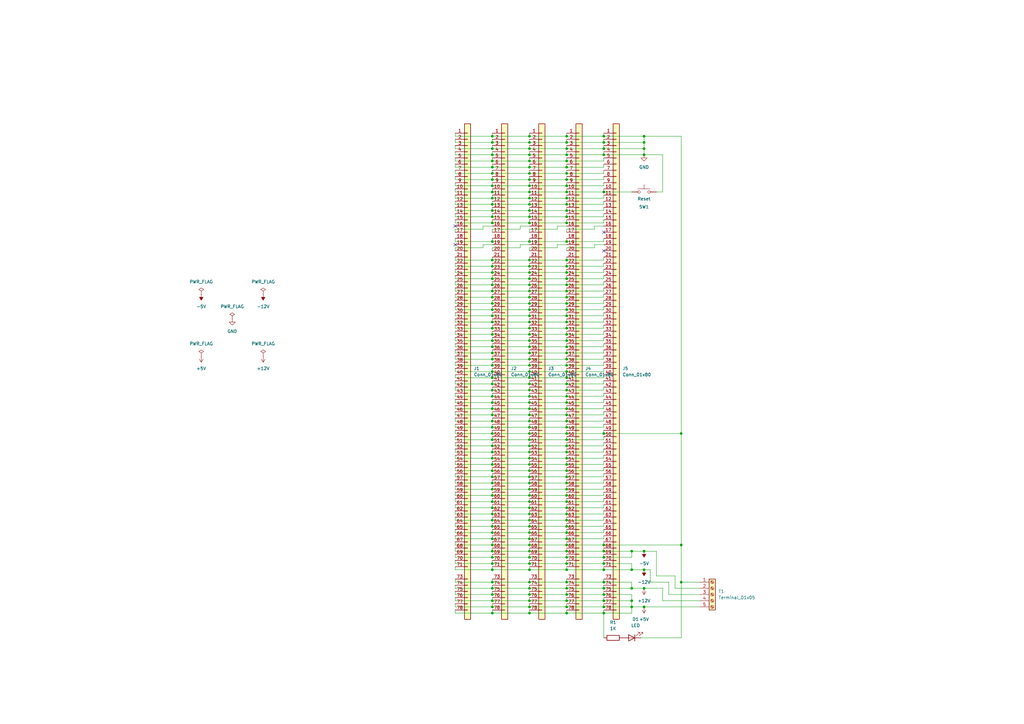
<source format=kicad_sch>
(kicad_sch (version 20250114) (generator "eeschema") (generator_version "9.0")
  (paper "A3")
  (title_block (title "80-Bus Card Backplane - Kicad 9") (date "2025-04-21") (rev "2.1 "))
  (junction (at 201.93 200.66))
  (junction (at 201.93 195.58))
  (junction (at 217.17 195.58))
  (junction (at 217.17 170.18))
  (junction (at 217.17 165.1))
  (junction (at 232.41 193.04))
  (junction (at 217.17 203.2))
  (junction (at 247.65 241.3))
  (junction (at 217.17 132.08))
  (junction (at 232.41 218.44))
  (junction (at 232.41 167.64))
  (junction (at 232.41 157.48))
  (junction (at 201.93 142.24))
  (junction (at 201.93 226.06))
  (junction (at 232.41 55.88))
  (junction (at 232.41 223.52))
  (junction (at 217.17 223.52))
  (junction (at 264.16 63.5))
  (junction (at 217.17 198.12))
  (junction (at 217.17 157.48))
  (junction (at 201.93 83.82))
  (junction (at 201.93 248.92))
  (junction (at 201.93 177.8))
  (junction (at 247.65 60.96))
  (junction (at 217.17 66.04))
  (junction (at 217.17 63.5))
  (junction (at 247.65 63.5))
  (junction (at 232.41 109.22))
  (junction (at 201.93 137.16))
  (junction (at 217.17 76.2))
  (junction (at 247.65 177.8))
  (junction (at 201.93 71.12))
  (junction (at 217.17 116.84))
  (junction (at 232.41 175.26))
  (junction (at 217.17 190.5))
  (junction (at 201.93 180.34))
  (junction (at 247.65 231.14))
  (junction (at 201.93 124.46))
  (junction (at 201.93 152.4))
  (junction (at 201.93 198.12))
  (junction (at 217.17 144.78))
  (junction (at 201.93 106.68))
  (junction (at 232.41 241.3))
  (junction (at 201.93 68.58))
  (junction (at 201.93 132.08))
  (junction (at 232.41 111.76))
  (junction (at 217.17 81.28))
  (junction (at 217.17 88.9))
  (junction (at 217.17 124.46))
  (junction (at 217.17 106.68))
  (junction (at 201.93 139.7))
  (junction (at 217.17 213.36))
  (junction (at 217.17 147.32))
  (junction (at 201.93 86.36))
  (junction (at 232.41 226.06))
  (junction (at 232.41 195.58))
  (junction (at 217.17 215.9))
  (junction (at 232.41 66.04))
  (junction (at 201.93 154.94))
  (junction (at 201.93 172.72))
  (junction (at 259.08 246.38))
  (junction (at 232.41 228.6))
  (junction (at 217.17 121.92))
  (junction (at 201.93 185.42))
  (junction (at 232.41 116.84))
  (junction (at 201.93 208.28))
  (junction (at 279.4 223.52))
  (junction (at 232.41 165.1))
  (junction (at 232.41 99.06))
  (junction (at 232.41 231.14))
  (junction (at 201.93 109.22))
  (junction (at 232.41 60.96))
  (junction (at 201.93 213.36))
  (junction (at 232.41 78.74))
  (junction (at 217.17 208.28))
  (junction (at 264.16 248.92))
  (junction (at 217.17 231.14))
  (junction (at 232.41 182.88))
  (junction (at 217.17 73.66))
  (junction (at 201.93 203.2))
  (junction (at 232.41 233.68))
  (junction (at 201.93 129.54))
  (junction (at 264.16 233.68))
  (junction (at 201.93 243.84))
  (junction (at 201.93 162.56))
  (junction (at 217.17 109.22))
  (junction (at 217.17 129.54))
  (junction (at 217.17 193.04))
  (junction (at 201.93 218.44))
  (junction (at 232.41 187.96))
  (junction (at 217.17 180.34))
  (junction (at 201.93 228.6))
  (junction (at 217.17 251.46))
  (junction (at 232.41 91.44))
  (junction (at 217.17 182.88))
  (junction (at 259.08 248.92))
  (junction (at 232.41 86.36))
  (junction (at 232.41 63.5))
  (junction (at 217.17 238.76))
  (junction (at 201.93 76.2))
  (junction (at 232.41 119.38))
  (junction (at 217.17 142.24))
  (junction (at 232.41 142.24))
  (junction (at 217.17 86.36))
  (junction (at 217.17 175.26))
  (junction (at 217.17 111.76))
  (junction (at 232.41 88.9))
  (junction (at 247.65 228.6))
  (junction (at 217.17 162.56))
  (junction (at 217.17 137.16))
  (junction (at 279.4 177.8))
  (junction (at 217.17 177.8))
  (junction (at 217.17 134.62))
  (junction (at 232.41 213.36))
  (junction (at 232.41 198.12))
  (junction (at 201.93 241.3))
  (junction (at 279.4 238.76))
  (junction (at 232.41 114.3))
  (junction (at 201.93 190.5))
  (junction (at 201.93 193.04))
  (junction (at 201.93 187.96))
  (junction (at 232.41 71.12))
  (junction (at 217.17 55.88))
  (junction (at 201.93 233.68))
  (junction (at 217.17 160.02))
  (junction (at 217.17 139.7))
  (junction (at 201.93 223.52))
  (junction (at 201.93 58.42))
  (junction (at 201.93 220.98))
  (junction (at 247.65 233.68))
  (junction (at 201.93 149.86))
  (junction (at 201.93 251.46))
  (junction (at 201.93 175.26))
  (junction (at 232.41 124.46))
  (junction (at 217.17 220.98))
  (junction (at 232.41 210.82))
  (junction (at 217.17 152.4))
  (junction (at 259.08 226.06))
  (junction (at 201.93 246.38))
  (junction (at 201.93 215.9))
  (junction (at 232.41 243.84))
  (junction (at 264.16 241.3))
  (junction (at 201.93 134.62))
  (junction (at 232.41 144.78))
  (junction (at 247.65 55.88))
  (junction (at 232.41 58.42))
  (junction (at 247.65 238.76))
  (junction (at 232.41 203.2))
  (junction (at 201.93 114.3))
  (junction (at 217.17 78.74))
  (junction (at 201.93 99.06))
  (junction (at 217.17 187.96))
  (junction (at 201.93 205.74))
  (junction (at 232.41 83.82))
  (junction (at 201.93 231.14))
  (junction (at 201.93 121.92))
  (junction (at 201.93 167.64))
  (junction (at 232.41 106.68))
  (junction (at 247.65 226.06))
  (junction (at 232.41 81.28))
  (junction (at 232.41 251.46))
  (junction (at 217.17 205.74))
  (junction (at 217.17 114.3))
  (junction (at 201.93 160.02))
  (junction (at 201.93 147.32))
  (junction (at 217.17 233.68))
  (junction (at 232.41 137.16))
  (junction (at 201.93 81.28))
  (junction (at 232.41 160.02))
  (junction (at 232.41 200.66))
  (junction (at 232.41 177.8))
  (junction (at 232.41 248.92))
  (junction (at 201.93 55.88))
  (junction (at 232.41 172.72))
  (junction (at 201.93 144.78))
  (junction (at 232.41 121.92))
  (junction (at 232.41 220.98))
  (junction (at 232.41 215.9))
  (junction (at 217.17 83.82))
  (junction (at 232.41 190.5))
  (junction (at 217.17 149.86))
  (junction (at 217.17 210.82))
  (junction (at 201.93 238.76))
  (junction (at 217.17 243.84))
  (junction (at 217.17 99.06))
  (junction (at 217.17 119.38))
  (junction (at 264.16 58.42))
  (junction (at 201.93 210.82))
  (junction (at 217.17 246.38))
  (junction (at 232.41 127))
  (junction (at 232.41 68.58))
  (junction (at 217.17 154.94))
  (junction (at 217.17 60.96))
  (junction (at 201.93 182.88))
  (junction (at 201.93 66.04))
  (junction (at 259.08 241.3))
  (junction (at 232.41 208.28))
  (junction (at 232.41 162.56))
  (junction (at 201.93 88.9))
  (junction (at 232.41 149.86))
  (junction (at 232.41 147.32))
  (junction (at 217.17 248.92))
  (junction (at 264.16 55.88))
  (junction (at 232.41 73.66))
  (junction (at 217.17 127))
  (junction (at 232.41 76.2))
  (junction (at 232.41 170.18))
  (junction (at 232.41 246.38))
  (junction (at 201.93 157.48))
  (junction (at 232.41 205.74))
  (junction (at 217.17 200.66))
  (junction (at 232.41 134.62))
  (junction (at 247.65 248.92))
  (junction (at 217.17 91.44))
  (junction (at 247.65 251.46))
  (junction (at 201.93 170.18))
  (junction (at 201.93 63.5))
  (junction (at 201.93 127))
  (junction (at 217.17 218.44))
  (junction (at 232.41 185.42))
  (junction (at 232.41 129.54))
  (junction (at 201.93 78.74))
  (junction (at 217.17 58.42))
  (junction (at 247.65 223.52))
  (junction (at 232.41 180.34))
  (junction (at 217.17 185.42))
  (junction (at 247.65 78.74))
  (junction (at 247.65 246.38))
  (junction (at 264.16 226.06))
  (junction (at 201.93 119.38))
  (junction (at 201.93 73.66))
  (junction (at 217.17 172.72))
  (junction (at 201.93 60.96))
  (junction (at 217.17 241.3))
  (junction (at 232.41 139.7))
  (junction (at 232.41 152.4))
  (junction (at 247.65 58.42))
  (junction (at 201.93 111.76))
  (junction (at 232.41 132.08))
  (junction (at 247.65 243.84))
  (junction (at 264.16 60.96))
  (junction (at 201.93 116.84))
  (junction (at 217.17 68.58))
  (junction (at 217.17 228.6))
  (junction (at 217.17 226.06))
  (junction (at 201.93 165.1))
  (junction (at 217.17 167.64))
  (junction (at 232.41 238.76))
  (junction (at 217.17 71.12))
  (junction (at 201.93 91.44))
  (junction (at 259.08 233.68))
  (junction (at 232.41 154.94))
  (no_connect (at 186.69 100.33))
  (no_connect (at 186.69 92.71))
  (no_connect (at 247.65 102.87))
  (no_connect (at 247.65 95.25))
  (wire (pts (xy 186.69 64.77) (xy 186.69 66.04)))
  (wire (pts (xy 247.65 231.14) (xy 247.65 229.87)))
  (wire (pts (xy 217.17 231.14) (xy 232.41 231.14)))
  (wire (pts (xy 217.17 63.5) (xy 232.41 63.5)))
  (wire (pts (xy 201.93 137.16) (xy 186.69 137.16)))
  (wire (pts (xy 217.17 165.1) (xy 201.93 165.1)))
  (wire (pts (xy 201.93 170.18) (xy 186.69 170.18)))
  (wire (pts (xy 201.93 233.68) (xy 217.17 233.68)))
  (wire (pts (xy 232.41 205.74) (xy 217.17 205.74)))
  (wire (pts (xy 259.08 228.6) (xy 247.65 228.6)))
  (wire (pts (xy 232.41 111.76) (xy 232.41 110.49)))
  (wire (pts (xy 217.17 187.96) (xy 201.93 187.96)))
  (wire (pts (xy 232.41 92.71) (xy 228.6 92.71)))
  (wire (pts (xy 247.65 146.05) (xy 247.65 147.32)))
  (wire (pts (xy 217.17 228.6) (xy 232.41 228.6)))
  (wire (pts (xy 186.69 128.27) (xy 186.69 129.54)))
  (wire (pts (xy 243.84 101.6) (xy 232.41 101.6)))
  (wire (pts (xy 232.41 180.34) (xy 247.65 180.34)))
  (wire (pts (xy 201.93 73.66) (xy 217.17 73.66)))
  (wire (pts (xy 201.93 81.28) (xy 186.69 81.28)))
  (wire (pts (xy 186.69 142.24) (xy 201.93 142.24)))
  (wire (pts (xy 217.17 186.69) (xy 217.17 187.96)))
  (wire (pts (xy 232.41 124.46) (xy 217.17 124.46)))
  (wire (pts (xy 217.17 76.2) (xy 201.93 76.2)))
  (wire (pts (xy 232.41 157.48) (xy 232.41 156.21)))
  (wire (pts (xy 259.08 231.14) (xy 247.65 231.14)))
  (wire (pts (xy 217.17 180.34) (xy 232.41 180.34)))
  (wire (pts (xy 217.17 154.94) (xy 217.17 153.67)))
  (wire (pts (xy 232.41 193.04) (xy 217.17 193.04)))
  (wire (pts (xy 217.17 229.87) (xy 217.17 231.14)))
  (wire (pts (xy 247.65 135.89) (xy 247.65 137.16)))
  (wire (pts (xy 269.24 226.06) (xy 264.16 226.06)))
  (wire (pts (xy 232.41 190.5) (xy 247.65 190.5)))
  (wire (pts (xy 201.93 138.43) (xy 201.93 139.7)))
  (wire (pts (xy 217.17 100.33) (xy 213.36 100.33)))
  (wire (pts (xy 217.17 222.25) (xy 217.17 223.52)))
  (wire (pts (xy 201.93 113.03) (xy 201.93 114.3)))
  (wire (pts (xy 217.17 119.38) (xy 217.17 118.11)))
  (wire (pts (xy 186.69 114.3) (xy 201.93 114.3)))
  (wire (pts (xy 247.65 147.32) (xy 232.41 147.32)))
  (wire (pts (xy 269.24 78.74) (xy 271.78 78.74)))
  (wire (pts (xy 232.41 246.38) (xy 247.65 246.38)))
  (wire (pts (xy 247.65 210.82) (xy 232.41 210.82)))
  (wire (pts (xy 271.78 63.5) (xy 271.78 78.74)))
  (wire (pts (xy 259.08 248.92) (xy 264.16 248.92)))
  (wire (pts (xy 217.17 139.7) (xy 232.41 139.7)))
  (wire (pts (xy 186.69 80.01) (xy 186.69 81.28)))
  (wire (pts (xy 232.41 161.29) (xy 232.41 162.56)))
  (wire (pts (xy 232.41 157.48) (xy 247.65 157.48)))
  (wire (pts (xy 247.65 121.92) (xy 247.65 120.65)))
  (wire (pts (xy 247.65 176.53) (xy 247.65 177.8)))
  (wire (pts (xy 217.17 177.8) (xy 201.93 177.8)))
  (wire (pts (xy 201.93 214.63) (xy 201.93 215.9)))
  (wire (pts (xy 186.69 62.23) (xy 186.69 63.5)))
  (wire (pts (xy 232.41 139.7) (xy 247.65 139.7)))
  (wire (pts (xy 201.93 62.23) (xy 201.93 63.5)))
  (wire (pts (xy 201.93 182.88) (xy 201.93 181.61)))
  (wire (pts (xy 247.65 246.38) (xy 259.08 246.38)))
  (wire (pts (xy 232.41 182.88) (xy 217.17 182.88)))
  (wire (pts (xy 247.65 181.61) (xy 247.65 182.88)))
  (wire (pts (xy 186.69 227.33) (xy 186.69 228.6)))
  (wire (pts (xy 201.93 157.48) (xy 201.93 156.21)))
  (wire (pts (xy 201.93 93.98) (xy 201.93 95.25)))
  (wire (pts (xy 232.41 60.96) (xy 217.17 60.96)))
  (wire (pts (xy 201.93 127) (xy 217.17 127)))
  (wire (pts (xy 186.69 184.15) (xy 186.69 185.42)))
  (wire (pts (xy 247.65 243.84) (xy 247.65 242.57)))
  (wire (pts (xy 186.69 241.3) (xy 201.93 241.3)))
  (wire (pts (xy 232.41 172.72) (xy 217.17 172.72)))
  (wire (pts (xy 232.41 67.31) (xy 232.41 68.58)))
  (wire (pts (xy 186.69 148.59) (xy 186.69 149.86)))
  (wire (pts (xy 201.93 198.12) (xy 201.93 196.85)))
  (wire (pts (xy 232.41 62.23) (xy 232.41 63.5)))
  (wire (pts (xy 232.41 100.33) (xy 228.6 100.33)))
  (wire (pts (xy 198.12 93.98) (xy 186.69 93.98)))
  (wire (pts (xy 247.65 203.2) (xy 247.65 201.93)))
  (wire (pts (xy 186.69 245.11) (xy 186.69 246.38)))
  (wire (pts (xy 201.93 203.2) (xy 201.93 201.93)))
  (wire (pts (xy 232.41 82.55) (xy 232.41 83.82)))
  (wire (pts (xy 186.69 90.17) (xy 186.69 91.44)))
  (wire (pts (xy 279.4 238.76) (xy 279.4 261.62)))
  (wire (pts (xy 201.93 229.87) (xy 201.93 231.14)))
  (wire (pts (xy 279.4 55.88) (xy 264.16 55.88)))
  (wire (pts (xy 186.69 138.43) (xy 186.69 139.7)))
  (wire (pts (xy 201.93 68.58) (xy 217.17 68.58)))
  (wire (pts (xy 201.93 195.58) (xy 217.17 195.58)))
  (wire (pts (xy 201.93 208.28) (xy 217.17 208.28)))
  (wire (pts (xy 247.65 160.02) (xy 232.41 160.02)))
  (wire (pts (xy 247.65 204.47) (xy 247.65 205.74)))
  (wire (pts (xy 217.17 114.3) (xy 201.93 114.3)))
  (wire (pts (xy 186.69 240.03) (xy 186.69 241.3)))
  (wire (pts (xy 217.17 157.48) (xy 232.41 157.48)))
  (wire (pts (xy 232.41 68.58) (xy 247.65 68.58)))
  (wire (pts (xy 232.41 226.06) (xy 232.41 224.79)))
  (wire (pts (xy 186.69 163.83) (xy 186.69 165.1)))
  (wire (pts (xy 186.69 125.73) (xy 186.69 127)))
  (wire (pts (xy 247.65 92.71) (xy 243.84 92.71)))
  (wire (pts (xy 186.69 180.34) (xy 201.93 180.34)))
  (wire (pts (xy 232.41 120.65) (xy 232.41 121.92)))
  (wire (pts (xy 201.93 238.76) (xy 217.17 238.76)))
  (wire (pts (xy 247.65 205.74) (xy 232.41 205.74)))
  (wire (pts (xy 217.17 55.88) (xy 201.93 55.88)))
  (wire (pts (xy 247.65 208.28) (xy 247.65 207.01)))
  (wire (pts (xy 217.17 91.44) (xy 201.93 91.44)))
  (wire (pts (xy 186.69 223.52) (xy 201.93 223.52)))
  (wire (pts (xy 186.69 69.85) (xy 186.69 71.12)))
  (wire (pts (xy 274.32 243.84) (xy 274.32 238.76)))
  (wire (pts (xy 247.65 109.22) (xy 232.41 109.22)))
  (wire (pts (xy 201.93 60.96) (xy 186.69 60.96)))
  (wire (pts (xy 232.41 179.07) (xy 232.41 180.34)))
  (wire (pts (xy 247.65 243.84) (xy 259.08 243.84)))
  (wire (pts (xy 271.78 241.3) (xy 271.78 246.38)))
  (wire (pts (xy 201.93 251.46) (xy 217.17 251.46)))
  (wire (pts (xy 217.17 165.1) (xy 217.17 163.83)))
  (wire (pts (xy 247.65 158.75) (xy 247.65 160.02)))
  (wire (pts (xy 217.17 203.2) (xy 232.41 203.2)))
  (wire (pts (xy 201.93 63.5) (xy 217.17 63.5)))
  (wire (pts (xy 247.65 73.66) (xy 247.65 72.39)))
  (wire (pts (xy 186.69 167.64) (xy 201.93 167.64)))
  (wire (pts (xy 186.69 237.49) (xy 186.69 238.76)))
  (wire (pts (xy 279.4 238.76) (xy 287.02 238.76)))
  (wire (pts (xy 217.17 185.42) (xy 217.17 184.15)))
  (wire (pts (xy 232.41 106.68) (xy 247.65 106.68)))
  (wire (pts (xy 186.69 233.68) (xy 201.93 233.68)))
  (wire (pts (xy 201.93 116.84) (xy 217.17 116.84)))
  (wire (pts (xy 232.41 213.36) (xy 217.17 213.36)))
  (wire (pts (xy 259.08 238.76) (xy 259.08 241.3)))
  (wire (pts (xy 201.93 139.7) (xy 217.17 139.7)))
  (wire (pts (xy 186.69 222.25) (xy 186.69 223.52)))
  (wire (pts (xy 217.17 128.27) (xy 217.17 129.54)))
  (wire (pts (xy 247.65 58.42) (xy 264.16 58.42)))
  (wire (pts (xy 264.16 60.96) (xy 264.16 63.5)))
  (wire (pts (xy 228.6 93.98) (xy 217.17 93.98)))
  (wire (pts (xy 232.41 160.02) (xy 217.17 160.02)))
  (wire (pts (xy 217.17 93.98) (xy 217.17 95.25)))
  (wire (pts (xy 247.65 111.76) (xy 247.65 110.49)))
  (wire (pts (xy 201.93 203.2) (xy 217.17 203.2)))
  (wire (pts (xy 247.65 86.36) (xy 232.41 86.36)))
  (wire (pts (xy 247.65 238.76) (xy 247.65 237.49)))
  (wire (pts (xy 247.65 213.36) (xy 232.41 213.36)))
  (wire (pts (xy 274.32 238.76) (xy 266.7 238.76)))
  (wire (pts (xy 186.69 186.69) (xy 186.69 187.96)))
  (wire (pts (xy 232.41 55.88) (xy 217.17 55.88)))
  (wire (pts (xy 232.41 144.78) (xy 247.65 144.78)))
  (wire (pts (xy 186.69 182.88) (xy 201.93 182.88)))
  (wire (pts (xy 186.69 154.94) (xy 201.93 154.94)))
  (wire (pts (xy 259.08 238.76) (xy 247.65 238.76)))
  (wire (pts (xy 217.17 175.26) (xy 232.41 175.26)))
  (wire (pts (xy 232.41 173.99) (xy 232.41 175.26)))
  (wire (pts (xy 201.93 248.92) (xy 217.17 248.92)))
  (wire (pts (xy 232.41 55.88) (xy 232.41 54.61)))
  (wire (pts (xy 201.93 167.64) (xy 217.17 167.64)))
  (wire (pts (xy 201.93 152.4) (xy 186.69 152.4)))
  (wire (pts (xy 186.69 63.5) (xy 201.93 63.5)))
  (wire (pts (xy 186.69 191.77) (xy 186.69 193.04)))
  (wire (pts (xy 201.93 247.65) (xy 201.93 248.92)))
  (wire (pts (xy 217.17 157.48) (xy 217.17 156.21)))
  (wire (pts (xy 247.65 209.55) (xy 247.65 210.82)))
  (wire (pts (xy 232.41 76.2) (xy 217.17 76.2)))
  (wire (pts (xy 201.93 231.14) (xy 217.17 231.14)))
  (wire (pts (xy 201.93 237.49) (xy 201.93 238.76)))
  (wire (pts (xy 186.69 250.19) (xy 186.69 251.46)))
  (wire (pts (xy 186.69 207.01) (xy 186.69 208.28)))
  (wire (pts (xy 186.69 121.92) (xy 201.93 121.92)))
  (wire (pts (xy 217.17 243.84) (xy 217.17 242.57)))
  (wire (pts (xy 186.69 157.48) (xy 201.93 157.48)))
  (wire (pts (xy 217.17 195.58) (xy 232.41 195.58)))
  (wire (pts (xy 259.08 233.68) (xy 259.08 231.14)))
  (wire (pts (xy 201.93 71.12) (xy 201.93 69.85)))
  (wire (pts (xy 217.17 101.6) (xy 217.17 102.87)))
  (wire (pts (xy 247.65 123.19) (xy 247.65 124.46)))
  (wire (pts (xy 186.69 176.53) (xy 186.69 177.8)))
  (wire (pts (xy 217.17 154.94) (xy 232.41 154.94)))
  (wire (pts (xy 186.69 209.55) (xy 186.69 210.82)))
  (wire (pts (xy 232.41 194.31) (xy 232.41 195.58)))
  (wire (pts (xy 232.41 154.94) (xy 247.65 154.94)))
  (wire (pts (xy 186.69 212.09) (xy 186.69 213.36)))
  (wire (pts (xy 201.93 193.04) (xy 201.93 191.77)))
  (wire (pts (xy 217.17 81.28) (xy 217.17 80.01)))
  (wire (pts (xy 186.69 111.76) (xy 201.93 111.76)))
  (wire (pts (xy 217.17 142.24) (xy 201.93 142.24)))
  (wire (pts (xy 217.17 60.96) (xy 217.17 59.69)))
  (wire (pts (xy 201.93 55.88) (xy 186.69 55.88)))
  (wire (pts (xy 201.93 119.38) (xy 201.93 118.11)))
  (wire (pts (xy 217.17 170.18) (xy 201.93 170.18)))
  (wire (pts (xy 217.17 185.42) (xy 232.41 185.42)))
  (wire (pts (xy 232.41 172.72) (xy 232.41 171.45)))
  (wire (pts (xy 201.93 154.94) (xy 217.17 154.94)))
  (wire (pts (xy 217.17 116.84) (xy 232.41 116.84)))
  (wire (pts (xy 201.93 76.2) (xy 201.93 74.93)))
  (wire (pts (xy 186.69 156.21) (xy 186.69 157.48)))
  (wire (pts (xy 201.93 147.32) (xy 201.93 146.05)))
  (wire (pts (xy 247.65 59.69) (xy 247.65 60.96)))
  (wire (pts (xy 201.93 83.82) (xy 217.17 83.82)))
  (wire (pts (xy 259.08 233.68) (xy 264.16 233.68)))
  (wire (pts (xy 217.17 121.92) (xy 232.41 121.92)))
  (wire (pts (xy 198.12 100.33) (xy 198.12 101.6)))
  (wire (pts (xy 232.41 149.86) (xy 247.65 149.86)))
  (wire (pts (xy 247.65 233.68) (xy 247.65 232.41)))
  (wire (pts (xy 186.69 68.58) (xy 201.93 68.58)))
  (wire (pts (xy 232.41 71.12) (xy 232.41 69.85)))
  (wire (pts (xy 247.65 60.96) (xy 232.41 60.96)))
  (wire (pts (xy 201.93 99.06) (xy 217.17 99.06)))
  (wire (pts (xy 201.93 58.42) (xy 217.17 58.42)))
  (wire (pts (xy 217.17 92.71) (xy 213.36 92.71)))
  (wire (pts (xy 232.41 212.09) (xy 232.41 213.36)))
  (wire (pts (xy 217.17 97.79) (xy 217.17 99.06)))
  (wire (pts (xy 217.17 68.58) (xy 232.41 68.58)))
  (wire (pts (xy 201.93 55.88) (xy 201.93 54.61)))
  (wire (pts (xy 186.69 130.81) (xy 186.69 132.08)))
  (wire (pts (xy 201.93 222.25) (xy 201.93 223.52)))
  (wire (pts (xy 232.41 91.44) (xy 232.41 90.17)))
  (wire (pts (xy 217.17 119.38) (xy 201.93 119.38)))
  (wire (pts (xy 259.08 251.46) (xy 247.65 251.46)))
  (wire (pts (xy 232.41 175.26) (xy 247.65 175.26)))
  (wire (pts (xy 201.93 144.78) (xy 217.17 144.78)))
  (wire (pts (xy 186.69 217.17) (xy 186.69 218.44)))
  (wire (pts (xy 213.36 100.33) (xy 213.36 101.6)))
  (wire (pts (xy 217.17 182.88) (xy 201.93 182.88)))
  (wire (pts (xy 217.17 57.15) (xy 217.17 58.42)))
  (wire (pts (xy 217.17 241.3) (xy 232.41 241.3)))
  (wire (pts (xy 201.93 245.11) (xy 201.93 246.38)))
  (wire (pts (xy 186.69 242.57) (xy 186.69 243.84)))
  (wire (pts (xy 201.93 180.34) (xy 217.17 180.34)))
  (wire (pts (xy 201.93 82.55) (xy 201.93 83.82)))
  (wire (pts (xy 217.17 129.54) (xy 201.93 129.54)))
  (wire (pts (xy 232.41 243.84) (xy 247.65 243.84)))
  (wire (pts (xy 271.78 63.5) (xy 264.16 63.5)))
  (wire (pts (xy 217.17 87.63) (xy 217.17 88.9)))
  (wire (pts (xy 186.69 199.39) (xy 186.69 200.66)))
  (wire (pts (xy 201.93 228.6) (xy 217.17 228.6)))
  (wire (pts (xy 201.93 167.64) (xy 201.93 166.37)))
  (wire (pts (xy 186.69 208.28) (xy 201.93 208.28)))
  (wire (pts (xy 232.41 227.33) (xy 232.41 228.6)))
  (wire (pts (xy 186.69 194.31) (xy 186.69 195.58)))
  (wire (pts (xy 259.08 248.92) (xy 259.08 251.46)))
  (wire (pts (xy 217.17 177.8) (xy 217.17 176.53)))
  (wire (pts (xy 232.41 208.28) (xy 232.41 207.01)))
  (wire (pts (xy 186.69 134.62) (xy 201.93 134.62)))
  (wire (pts (xy 232.41 167.64) (xy 232.41 166.37)))
  (wire (pts (xy 232.41 58.42) (xy 247.65 58.42)))
  (wire (pts (xy 217.17 161.29) (xy 217.17 162.56)))
  (wire (pts (xy 201.93 91.44) (xy 201.93 90.17)))
  (wire (pts (xy 201.93 251.46) (xy 201.93 250.19)))
  (wire (pts (xy 217.17 170.18) (xy 217.17 168.91)))
  (wire (pts (xy 247.65 116.84) (xy 247.65 115.57)))
  (wire (pts (xy 201.93 243.84) (xy 217.17 243.84)))
  (wire (pts (xy 217.17 124.46) (xy 217.17 123.19)))
  (wire (pts (xy 287.02 241.3) (xy 276.86 241.3)))
  (wire (pts (xy 186.69 77.47) (xy 186.69 78.74)))
  (wire (pts (xy 217.17 78.74) (xy 232.41 78.74)))
  (wire (pts (xy 232.41 134.62) (xy 247.65 134.62)))
  (wire (pts (xy 247.65 241.3) (xy 259.08 241.3)))
  (wire (pts (xy 186.69 238.76) (xy 201.93 238.76)))
  (wire (pts (xy 217.17 248.92) (xy 232.41 248.92)))
  (wire (pts (xy 201.93 200.66) (xy 217.17 200.66)))
  (wire (pts (xy 247.65 63.5) (xy 264.16 63.5)))
  (wire (pts (xy 247.65 83.82) (xy 247.65 82.55)))
  (wire (pts (xy 217.17 127) (xy 232.41 127)))
  (wire (pts (xy 201.93 124.46) (xy 201.93 123.19)))
  (wire (pts (xy 279.4 177.8) (xy 279.4 55.88)))
  (wire (pts (xy 217.17 179.07) (xy 217.17 180.34)))
  (wire (pts (xy 247.65 182.88) (xy 232.41 182.88)))
  (wire (pts (xy 264.16 58.42) (xy 264.16 60.96)))
  (wire (pts (xy 217.17 213.36) (xy 201.93 213.36)))
  (wire (pts (xy 232.41 66.04) (xy 217.17 66.04)))
  (wire (pts (xy 232.41 204.47) (xy 232.41 205.74)))
  (wire (pts (xy 186.69 118.11) (xy 186.69 119.38)))
  (wire (pts (xy 232.41 147.32) (xy 232.41 146.05)))
  (wire (pts (xy 217.17 233.68) (xy 232.41 233.68)))
  (wire (pts (xy 232.41 251.46) (xy 232.41 250.19)))
  (wire (pts (xy 217.17 167.64) (xy 232.41 167.64)))
  (wire (pts (xy 232.41 200.66) (xy 247.65 200.66)))
  (wire (pts (xy 232.41 115.57) (xy 232.41 116.84)))
  (wire (pts (xy 247.65 142.24) (xy 232.41 142.24)))
  (wire (pts (xy 186.69 229.87) (xy 186.69 231.14)))
  (wire (pts (xy 186.69 201.93) (xy 186.69 203.2)))
  (wire (pts (xy 243.84 100.33) (xy 243.84 101.6)))
  (wire (pts (xy 217.17 58.42) (xy 232.41 58.42)))
  (wire (pts (xy 247.65 248.92) (xy 259.08 248.92)))
  (wire (pts (xy 186.69 139.7) (xy 201.93 139.7)))
  (wire (pts (xy 201.93 162.56) (xy 217.17 162.56)))
  (wire (pts (xy 217.17 82.55) (xy 217.17 83.82)))
  (wire (pts (xy 247.65 80.01) (xy 247.65 81.28)))
  (wire (pts (xy 201.93 92.71) (xy 198.12 92.71)))
  (wire (pts (xy 243.84 93.98) (xy 232.41 93.98)))
  (wire (pts (xy 247.65 128.27) (xy 247.65 129.54)))
  (wire (pts (xy 186.69 135.89) (xy 186.69 137.16)))
  (wire (pts (xy 247.65 140.97) (xy 247.65 142.24)))
  (wire (pts (xy 247.65 71.12) (xy 232.41 71.12)))
  (wire (pts (xy 228.6 101.6) (xy 217.17 101.6)))
  (wire (pts (xy 201.93 241.3) (xy 201.93 240.03)))
  (wire (pts (xy 232.41 184.15) (xy 232.41 185.42)))
  (wire (pts (xy 186.69 203.2) (xy 201.93 203.2)))
  (wire (pts (xy 186.69 59.69) (xy 186.69 60.96)))
  (wire (pts (xy 217.17 109.22) (xy 217.17 107.95)))
  (wire (pts (xy 266.7 233.68) (xy 266.7 238.76)))
  (wire (pts (xy 217.17 205.74) (xy 217.17 204.47)))
  (wire (pts (xy 201.93 172.72) (xy 186.69 172.72)))
  (wire (pts (xy 232.41 87.63) (xy 232.41 88.9)))
  (wire (pts (xy 201.93 97.79) (xy 201.93 99.06)))
  (wire (pts (xy 217.17 227.33) (xy 217.17 228.6)))
  (wire (pts (xy 247.65 60.96) (xy 264.16 60.96)))
  (wire (pts (xy 186.69 109.22) (xy 201.93 109.22)))
  (wire (pts (xy 201.93 175.26) (xy 217.17 175.26)))
  (wire (pts (xy 201.93 160.02) (xy 186.69 160.02)))
  (wire (pts (xy 201.93 242.57) (xy 201.93 243.84)))
  (wire (pts (xy 232.41 77.47) (xy 232.41 78.74)))
  (wire (pts (xy 217.17 198.12) (xy 201.93 198.12)))
  (wire (pts (xy 247.65 55.88) (xy 247.65 54.61)))
  (wire (pts (xy 186.69 85.09) (xy 186.69 86.36)))
  (wire (pts (xy 247.65 241.3) (xy 247.65 240.03)))
  (wire (pts (xy 247.65 171.45) (xy 247.65 172.72)))
  (wire (pts (xy 232.41 162.56) (xy 247.65 162.56)))
  (wire (pts (xy 201.93 132.08) (xy 201.93 130.81)))
  (wire (pts (xy 217.17 81.28) (xy 201.93 81.28)))
  (wire (pts (xy 247.65 58.42) (xy 247.65 57.15)))
  (wire (pts (xy 186.69 231.14) (xy 201.93 231.14)))
  (wire (pts (xy 201.93 152.4) (xy 201.93 151.13)))
  (wire (pts (xy 217.17 172.72) (xy 217.17 171.45)))
  (wire (pts (xy 201.93 142.24) (xy 201.93 140.97)))
  (wire (pts (xy 201.93 71.12) (xy 186.69 71.12)))
  (wire (pts (xy 228.6 92.71) (xy 228.6 93.98)))
  (wire (pts (xy 201.93 208.28) (xy 201.93 207.01)))
  (wire (pts (xy 247.65 190.5) (xy 247.65 189.23)))
  (wire (pts (xy 247.65 228.6) (xy 247.65 227.33)))
  (wire (pts (xy 247.65 139.7) (xy 247.65 138.43)))
  (wire (pts (xy 186.69 78.74) (xy 201.93 78.74)))
  (wire (pts (xy 217.17 238.76) (xy 217.17 237.49)))
  (wire (pts (xy 232.41 144.78) (xy 232.41 143.51)))
  (wire (pts (xy 186.69 58.42) (xy 201.93 58.42)))
  (wire (pts (xy 217.17 193.04) (xy 217.17 191.77)))
  (wire (pts (xy 201.93 60.96) (xy 201.93 59.69)))
  (wire (pts (xy 247.65 68.58) (xy 247.65 67.31)))
  (wire (pts (xy 217.17 215.9) (xy 232.41 215.9)))
  (wire (pts (xy 186.69 113.03) (xy 186.69 114.3)))
  (wire (pts (xy 201.93 218.44) (xy 217.17 218.44)))
  (wire (pts (xy 186.69 120.65) (xy 186.69 121.92)))
  (wire (pts (xy 217.17 71.12) (xy 217.17 69.85)))
  (wire (pts (xy 186.69 226.06) (xy 201.93 226.06)))
  (wire (pts (xy 186.69 251.46) (xy 201.93 251.46)))
  (wire (pts (xy 201.93 111.76) (xy 201.93 110.49)))
  (wire (pts (xy 232.41 251.46) (xy 247.65 251.46)))
  (wire (pts (xy 247.65 154.94) (xy 247.65 153.67)))
  (wire (pts (xy 232.41 214.63) (xy 232.41 215.9)))
  (wire (pts (xy 243.84 92.71) (xy 243.84 93.98)))
  (wire (pts (xy 247.65 226.06) (xy 259.08 226.06)))
  (wire (pts (xy 201.93 187.96) (xy 186.69 187.96)))
  (wire (pts (xy 201.93 205.74) (xy 186.69 205.74)))
  (wire (pts (xy 201.93 132.08) (xy 217.17 132.08)))
  (wire (pts (xy 262.89 261.62) (xy 279.4 261.62)))
  (wire (pts (xy 201.93 149.86) (xy 217.17 149.86)))
  (wire (pts (xy 201.93 144.78) (xy 201.93 143.51)))
  (wire (pts (xy 232.41 86.36) (xy 217.17 86.36)))
  (wire (pts (xy 201.93 72.39) (xy 201.93 73.66)))
  (wire (pts (xy 201.93 241.3) (xy 217.17 241.3)))
  (wire (pts (xy 186.69 99.06) (xy 201.93 99.06)))
  (wire (pts (xy 217.17 111.76) (xy 232.41 111.76)))
  (wire (pts (xy 201.93 215.9) (xy 217.17 215.9)))
  (wire (pts (xy 232.41 165.1) (xy 217.17 165.1)))
  (wire (pts (xy 201.93 246.38) (xy 217.17 246.38)))
  (wire (pts (xy 217.17 152.4) (xy 201.93 152.4)))
  (wire (pts (xy 232.41 198.12) (xy 217.17 198.12)))
  (wire (pts (xy 247.65 124.46) (xy 232.41 124.46)))
  (wire (pts (xy 232.41 124.46) (xy 232.41 123.19)))
  (wire (pts (xy 201.93 127) (xy 201.93 125.73)))
  (wire (pts (xy 201.93 77.47) (xy 201.93 78.74)))
  (wire (pts (xy 232.41 153.67) (xy 232.41 154.94)))
  (wire (pts (xy 247.65 193.04) (xy 232.41 193.04)))
  (wire (pts (xy 186.69 54.61) (xy 186.69 55.88)))
  (wire (pts (xy 201.93 187.96) (xy 201.93 186.69)))
  (wire (pts (xy 247.65 99.06) (xy 247.65 97.79)))
  (wire (pts (xy 217.17 162.56) (xy 232.41 162.56)))
  (wire (pts (xy 201.93 106.68) (xy 201.93 105.41)))
  (wire (pts (xy 217.17 106.68) (xy 232.41 106.68)))
  (wire (pts (xy 247.65 198.12) (xy 232.41 198.12)))
  (wire (pts (xy 217.17 67.31) (xy 217.17 68.58)))
  (wire (pts (xy 217.17 220.98) (xy 232.41 220.98)))
  (wire (pts (xy 232.41 247.65) (xy 232.41 248.92)))
  (wire (pts (xy 201.93 218.44) (xy 201.93 217.17)))
  (wire (pts (xy 232.41 203.2) (xy 247.65 203.2)))
  (wire (pts (xy 247.65 69.85) (xy 247.65 71.12)))
  (wire (pts (xy 186.69 161.29) (xy 186.69 162.56)))
  (wire (pts (xy 217.17 124.46) (xy 201.93 124.46)))
  (wire (pts (xy 217.17 143.51) (xy 217.17 144.78)))
  (wire (pts (xy 201.93 165.1) (xy 186.69 165.1)))
  (wire (pts (xy 279.4 223.52) (xy 279.4 177.8)))
  (wire (pts (xy 232.41 81.28) (xy 217.17 81.28)))
  (wire (pts (xy 232.41 86.36) (xy 232.41 85.09)))
  (wire (pts (xy 186.69 166.37) (xy 186.69 167.64)))
  (wire (pts (xy 217.17 218.44) (xy 232.41 218.44)))
  (wire (pts (xy 247.65 218.44) (xy 247.65 217.17)))
  (wire (pts (xy 232.41 241.3) (xy 232.41 240.03)))
  (wire (pts (xy 232.41 198.12) (xy 232.41 196.85)))
  (wire (pts (xy 232.41 215.9) (xy 247.65 215.9)))
  (wire (pts (xy 217.17 137.16) (xy 201.93 137.16)))
  (wire (pts (xy 186.69 133.35) (xy 186.69 134.62)))
  (wire (pts (xy 201.93 129.54) (xy 186.69 129.54)))
  (wire (pts (xy 201.93 226.06) (xy 201.93 224.79)))
  (wire (pts (xy 201.93 212.09) (xy 201.93 213.36)))
  (wire (pts (xy 232.41 245.11) (xy 232.41 246.38)))
  (wire (pts (xy 232.41 228.6) (xy 247.65 228.6)))
  (wire (pts (xy 247.65 175.26) (xy 247.65 173.99)))
  (wire (pts (xy 264.16 55.88) (xy 247.65 55.88)))
  (wire (pts (xy 201.93 100.33) (xy 198.12 100.33)))
  (wire (pts (xy 247.65 106.68) (xy 247.65 105.41)))
  (wire (pts (xy 186.69 82.55) (xy 186.69 83.82)))
  (wire (pts (xy 247.65 251.46) (xy 247.65 261.62)))
  (wire (pts (xy 201.93 200.66) (xy 201.93 199.39)))
  (wire (pts (xy 217.17 213.36) (xy 217.17 212.09)))
  (wire (pts (xy 186.69 97.79) (xy 186.69 99.06)))
  (wire (pts (xy 247.65 223.52) (xy 247.65 222.25)))
  (wire (pts (xy 232.41 248.92) (xy 247.65 248.92)))
  (wire (pts (xy 247.65 114.3) (xy 232.41 114.3)))
  (wire (pts (xy 186.69 190.5) (xy 201.93 190.5)))
  (wire (pts (xy 217.17 226.06) (xy 232.41 226.06)))
  (wire (pts (xy 232.41 229.87) (xy 232.41 231.14)))
  (wire (pts (xy 232.41 147.32) (xy 217.17 147.32)))
  (wire (pts (xy 247.65 233.68) (xy 259.08 233.68)))
  (wire (pts (xy 247.65 88.9) (xy 247.65 87.63)))
  (wire (pts (xy 232.41 81.28) (xy 232.41 80.01)))
  (wire (pts (xy 201.93 213.36) (xy 186.69 213.36)))
  (wire (pts (xy 247.65 180.34) (xy 247.65 179.07)))
  (wire (pts (xy 247.65 167.64) (xy 247.65 166.37)))
  (wire (pts (xy 232.41 111.76) (xy 247.65 111.76)))
  (wire (pts (xy 232.41 116.84) (xy 247.65 116.84)))
  (wire (pts (xy 247.65 248.92) (xy 247.65 247.65)))
  (wire (pts (xy 217.17 114.3) (xy 217.17 113.03)))
  (wire (pts (xy 201.93 121.92) (xy 217.17 121.92)))
  (wire (pts (xy 186.69 107.95) (xy 186.69 109.22)))
  (wire (pts (xy 232.41 148.59) (xy 232.41 149.86)))
  (wire (pts (xy 186.69 243.84) (xy 201.93 243.84)))
  (wire (pts (xy 186.69 200.66) (xy 201.93 200.66)))
  (wire (pts (xy 217.17 250.19) (xy 217.17 251.46)))
  (wire (pts (xy 217.17 62.23) (xy 217.17 63.5)))
  (wire (pts (xy 186.69 83.82) (xy 201.93 83.82)))
  (wire (pts (xy 213.36 101.6) (xy 201.93 101.6)))
  (wire (pts (xy 217.17 99.06) (xy 232.41 99.06)))
  (wire (pts (xy 201.93 86.36) (xy 201.93 85.09)))
  (wire (pts (xy 232.41 189.23) (xy 232.41 190.5)))
  (wire (pts (xy 217.17 105.41) (xy 217.17 106.68)))
  (wire (pts (xy 186.69 124.46) (xy 201.93 124.46)))
  (wire (pts (xy 217.17 210.82) (xy 201.93 210.82)))
  (wire (pts (xy 232.41 231.14) (xy 247.65 231.14)))
  (wire (pts (xy 186.69 143.51) (xy 186.69 144.78)))
  (wire (pts (xy 213.36 93.98) (xy 201.93 93.98)))
  (wire (pts (xy 247.65 185.42) (xy 247.65 184.15)))
  (wire (pts (xy 201.93 204.47) (xy 201.93 205.74)))
  (wire (pts (xy 198.12 101.6) (xy 186.69 101.6)))
  (wire (pts (xy 186.69 151.13) (xy 186.69 152.4)))
  (wire (pts (xy 259.08 241.3) (xy 264.16 241.3)))
  (wire (pts (xy 217.17 172.72) (xy 201.93 172.72)))
  (wire (pts (xy 217.17 77.47) (xy 217.17 78.74)))
  (wire (pts (xy 201.93 148.59) (xy 201.93 149.86)))
  (wire (pts (xy 232.41 242.57) (xy 232.41 243.84)))
  (wire (pts (xy 217.17 132.08) (xy 232.41 132.08)))
  (wire (pts (xy 217.17 205.74) (xy 201.93 205.74)))
  (wire (pts (xy 232.41 187.96) (xy 217.17 187.96)))
  (wire (pts (xy 186.69 101.6) (xy 186.69 102.87)))
  (wire (pts (xy 217.17 138.43) (xy 217.17 139.7)))
  (wire (pts (xy 232.41 223.52) (xy 247.65 223.52)))
  (wire (pts (xy 217.17 148.59) (xy 217.17 149.86)))
  (wire (pts (xy 232.41 93.98) (xy 232.41 95.25)))
  (wire (pts (xy 232.41 113.03) (xy 232.41 114.3)))
  (wire (pts (xy 186.69 73.66) (xy 201.93 73.66)))
  (wire (pts (xy 217.17 208.28) (xy 232.41 208.28)))
  (wire (pts (xy 247.65 152.4) (xy 232.41 152.4)))
  (wire (pts (xy 217.17 233.68) (xy 217.17 232.41)))
  (wire (pts (xy 247.65 165.1) (xy 232.41 165.1)))
  (wire (pts (xy 247.65 177.8) (xy 232.41 177.8)))
  (wire (pts (xy 232.41 60.96) (xy 232.41 59.69)))
  (wire (pts (xy 217.17 83.82) (xy 232.41 83.82)))
  (wire (pts (xy 232.41 106.68) (xy 232.41 105.41)))
  (wire (pts (xy 232.41 88.9) (xy 247.65 88.9)))
  (wire (pts (xy 232.41 165.1) (xy 232.41 163.83)))
  (wire (pts (xy 217.17 88.9) (xy 232.41 88.9)))
  (wire (pts (xy 201.93 161.29) (xy 201.93 162.56)))
  (wire (pts (xy 217.17 142.24) (xy 217.17 140.97)))
  (wire (pts (xy 232.41 119.38) (xy 232.41 118.11)))
  (wire (pts (xy 198.12 92.71) (xy 198.12 93.98)))
  (wire (pts (xy 247.65 172.72) (xy 232.41 172.72)))
  (wire (pts (xy 232.41 132.08) (xy 232.41 130.81)))
  (wire (pts (xy 217.17 190.5) (xy 217.17 189.23)))
  (wire (pts (xy 247.65 196.85) (xy 247.65 198.12)))
  (wire (pts (xy 247.65 212.09) (xy 247.65 213.36)))
  (wire (pts (xy 247.65 170.18) (xy 232.41 170.18)))
  (wire (pts (xy 186.69 153.67) (xy 186.69 154.94)))
  (wire (pts (xy 186.69 175.26) (xy 201.93 175.26)))
  (wire (pts (xy 247.65 119.38) (xy 232.41 119.38)))
  (wire (pts (xy 186.69 110.49) (xy 186.69 111.76)))
  (wire (pts (xy 186.69 115.57) (xy 186.69 116.84)))
  (wire (pts (xy 217.17 144.78) (xy 232.41 144.78)))
  (wire (pts (xy 259.08 226.06) (xy 259.08 228.6)))
  (wire (pts (xy 201.93 147.32) (xy 186.69 147.32)))
  (wire (pts (xy 201.93 173.99) (xy 201.93 175.26)))
  (wire (pts (xy 247.65 91.44) (xy 232.41 91.44)))
  (wire (pts (xy 247.65 223.52) (xy 279.4 223.52)))
  (wire (pts (xy 232.41 71.12) (xy 217.17 71.12)))
  (wire (pts (xy 232.41 114.3) (xy 217.17 114.3)))
  (wire (pts (xy 201.93 153.67) (xy 201.93 154.94)))
  (wire (pts (xy 247.65 100.33) (xy 243.84 100.33)))
  (wire (pts (xy 247.65 66.04) (xy 232.41 66.04)))
  (wire (pts (xy 247.65 168.91) (xy 247.65 170.18)))
  (wire (pts (xy 232.41 233.68) (xy 247.65 233.68)))
  (wire (pts (xy 217.17 217.17) (xy 217.17 218.44)))
  (wire (pts (xy 217.17 214.63) (xy 217.17 215.9)))
  (wire (pts (xy 201.93 134.62) (xy 201.93 133.35)))
  (wire (pts (xy 201.93 185.42) (xy 217.17 185.42)))
  (wire (pts (xy 247.65 55.88) (xy 232.41 55.88)))
  (wire (pts (xy 201.93 179.07) (xy 201.93 180.34)))
  (wire (pts (xy 247.65 157.48) (xy 247.65 156.21)))
  (wire (pts (xy 217.17 91.44) (xy 217.17 90.17)))
  (wire (pts (xy 232.41 83.82) (xy 247.65 83.82)))
  (wire (pts (xy 247.65 151.13) (xy 247.65 152.4)))
  (wire (pts (xy 232.41 129.54) (xy 232.41 128.27)))
  (wire (pts (xy 201.93 81.28) (xy 201.93 80.01)))
  (wire (pts (xy 217.17 243.84) (xy 232.41 243.84)))
  (wire (pts (xy 232.41 220.98) (xy 247.65 220.98)))
  (wire (pts (xy 232.41 132.08) (xy 247.65 132.08)))
  (wire (pts (xy 232.41 208.28) (xy 247.65 208.28)))
  (wire (pts (xy 186.69 214.63) (xy 186.69 215.9)))
  (wire (pts (xy 232.41 76.2) (xy 232.41 74.93)))
  (wire (pts (xy 217.17 72.39) (xy 217.17 73.66)))
  (wire (pts (xy 217.17 66.04) (xy 217.17 64.77)))
  (wire (pts (xy 247.65 85.09) (xy 247.65 86.36)))
  (wire (pts (xy 232.41 182.88) (xy 232.41 181.61)))
  (wire (pts (xy 217.17 226.06) (xy 217.17 224.79)))
  (wire (pts (xy 186.69 247.65) (xy 186.69 248.92)))
  (wire (pts (xy 232.41 238.76) (xy 247.65 238.76)))
  (wire (pts (xy 213.36 92.71) (xy 213.36 93.98)))
  (wire (pts (xy 232.41 78.74) (xy 247.65 78.74)))
  (wire (pts (xy 232.41 137.16) (xy 232.41 135.89)))
  (wire (pts (xy 232.41 160.02) (xy 232.41 158.75)))
  (wire (pts (xy 247.65 132.08) (xy 247.65 130.81)))
  (wire (pts (xy 217.17 71.12) (xy 201.93 71.12)))
  (wire (pts (xy 247.65 144.78) (xy 247.65 143.51)))
  (wire (pts (xy 186.69 195.58) (xy 201.93 195.58)))
  (wire (pts (xy 217.17 201.93) (xy 217.17 203.2)))
  (wire (pts (xy 217.17 147.32) (xy 217.17 146.05)))
  (wire (pts (xy 217.17 248.92) (xy 217.17 247.65)))
  (wire (pts (xy 201.93 226.06) (xy 217.17 226.06)))
  (wire (pts (xy 217.17 198.12) (xy 217.17 196.85)))
  (wire (pts (xy 232.41 107.95) (xy 232.41 109.22)))
  (wire (pts (xy 247.65 162.56) (xy 247.65 161.29)))
  (wire (pts (xy 217.17 207.01) (xy 217.17 208.28)))
  (wire (pts (xy 186.69 74.93) (xy 186.69 76.2)))
  (wire (pts (xy 201.93 160.02) (xy 201.93 158.75)))
  (wire (pts (xy 247.65 191.77) (xy 247.65 193.04)))
  (wire (pts (xy 201.93 210.82) (xy 201.93 209.55)))
  (wire (pts (xy 247.65 200.66) (xy 247.65 199.39)))
  (wire (pts (xy 201.93 106.68) (xy 217.17 106.68)))
  (wire (pts (xy 279.4 223.52) (xy 279.4 238.76)))
  (wire (pts (xy 201.93 78.74) (xy 217.17 78.74)))
  (wire (pts (xy 247.65 137.16) (xy 232.41 137.16)))
  (wire (pts (xy 247.65 63.5) (xy 247.65 62.23)))
  (wire (pts (xy 232.41 167.64) (xy 247.65 167.64)))
  (wire (pts (xy 186.69 219.71) (xy 186.69 220.98)))
  (wire (pts (xy 217.17 199.39) (xy 217.17 200.66)))
  (wire (pts (xy 201.93 67.31) (xy 201.93 68.58)))
  (wire (pts (xy 186.69 185.42) (xy 201.93 185.42)))
  (wire (pts (xy 201.93 227.33) (xy 201.93 228.6)))
  (wire (pts (xy 247.65 187.96) (xy 232.41 187.96)))
  (wire (pts (xy 217.17 246.38) (xy 232.41 246.38)))
  (wire (pts (xy 201.93 219.71) (xy 201.93 220.98)))
  (wire (pts (xy 186.69 140.97) (xy 186.69 142.24)))
  (wire (pts (xy 232.41 210.82) (xy 217.17 210.82)))
  (wire (pts (xy 247.65 220.98) (xy 247.65 219.71)))
  (wire (pts (xy 217.17 166.37) (xy 217.17 167.64)))
  (wire (pts (xy 201.93 220.98) (xy 217.17 220.98)))
  (wire (pts (xy 186.69 146.05) (xy 186.69 147.32)))
  (wire (pts (xy 232.41 193.04) (xy 232.41 191.77)))
  (wire (pts (xy 186.69 67.31) (xy 186.69 68.58)))
  (wire (pts (xy 232.41 99.06) (xy 247.65 99.06)))
  (wire (pts (xy 186.69 218.44) (xy 201.93 218.44)))
  (wire (pts (xy 217.17 193.04) (xy 201.93 193.04)))
  (wire (pts (xy 232.41 203.2) (xy 232.41 201.93)))
  (wire (pts (xy 186.69 123.19) (xy 186.69 124.46)))
  (wire (pts (xy 201.93 177.8) (xy 201.93 176.53)))
  (wire (pts (xy 217.17 246.38) (xy 217.17 245.11)))
  (wire (pts (xy 217.17 223.52) (xy 232.41 223.52)))
  (wire (pts (xy 232.41 218.44) (xy 232.41 217.17)))
  (wire (pts (xy 264.16 241.3) (xy 271.78 241.3)))
  (wire (pts (xy 201.93 107.95) (xy 201.93 109.22)))
  (wire (pts (xy 201.93 198.12) (xy 186.69 198.12)))
  (wire (pts (xy 232.41 226.06) (xy 247.65 226.06)))
  (wire (pts (xy 232.41 218.44) (xy 247.65 218.44)))
  (wire (pts (xy 201.93 172.72) (xy 201.93 171.45)))
  (wire (pts (xy 232.41 232.41) (xy 232.41 233.68)))
  (wire (pts (xy 186.69 224.79) (xy 186.69 226.06)))
  (wire (pts (xy 186.69 72.39) (xy 186.69 73.66)))
  (wire (pts (xy 201.93 137.16) (xy 201.93 135.89)))
  (wire (pts (xy 201.93 165.1) (xy 201.93 163.83)))
  (wire (pts (xy 259.08 226.06) (xy 264.16 226.06)))
  (wire (pts (xy 217.17 251.46) (xy 232.41 251.46)))
  (wire (pts (xy 232.41 170.18) (xy 217.17 170.18)))
  (wire (pts (xy 201.93 129.54) (xy 201.93 128.27)))
  (wire (pts (xy 217.17 127) (xy 217.17 125.73)))
  (wire (pts (xy 186.69 215.9) (xy 201.93 215.9)))
  (wire (pts (xy 232.41 152.4) (xy 217.17 152.4)))
  (wire (pts (xy 186.69 87.63) (xy 186.69 88.9)))
  (wire (pts (xy 186.69 158.75) (xy 186.69 160.02)))
  (wire (pts (xy 217.17 219.71) (xy 217.17 220.98)))
  (wire (pts (xy 201.93 66.04) (xy 201.93 64.77)))
  (wire (pts (xy 247.65 78.74) (xy 259.08 78.74)))
  (wire (pts (xy 186.69 162.56) (xy 201.93 162.56)))
  (wire (pts (xy 201.93 189.23) (xy 201.93 190.5)))
  (wire (pts (xy 269.24 236.22) (xy 276.86 236.22)))
  (wire (pts (xy 201.93 76.2) (xy 186.69 76.2)))
  (wire (pts (xy 247.65 107.95) (xy 247.65 109.22)))
  (wire (pts (xy 186.69 181.61) (xy 186.69 182.88)))
  (wire (pts (xy 186.69 171.45) (xy 186.69 172.72)))
  (wire (pts (xy 232.41 142.24) (xy 232.41 140.97)))
  (wire (pts (xy 217.17 147.32) (xy 201.93 147.32)))
  (wire (pts (xy 186.69 228.6) (xy 201.93 228.6)))
  (wire (pts (xy 232.41 73.66) (xy 247.65 73.66)))
  (wire (pts (xy 201.93 91.44) (xy 186.69 91.44)))
  (wire (pts (xy 201.93 119.38) (xy 186.69 119.38)))
  (wire (pts (xy 269.24 226.06) (xy 269.24 236.22)))
  (wire (pts (xy 232.41 127) (xy 232.41 125.73)))
  (wire (pts (xy 217.17 137.16) (xy 217.17 135.89)))
  (wire (pts (xy 232.41 177.8) (xy 217.17 177.8)))
  (wire (pts (xy 201.93 57.15) (xy 201.93 58.42)))
  (wire (pts (xy 232.41 101.6) (xy 232.41 102.87)))
  (wire (pts (xy 232.41 66.04) (xy 232.41 64.77)))
  (wire (pts (xy 259.08 243.84) (xy 259.08 246.38)))
  (wire (pts (xy 201.93 232.41) (xy 201.93 233.68)))
  (wire (pts (xy 217.17 190.5) (xy 232.41 190.5)))
  (wire (pts (xy 247.65 215.9) (xy 247.65 214.63)))
  (wire (pts (xy 186.69 246.38) (xy 201.93 246.38)))
  (wire (pts (xy 217.17 120.65) (xy 217.17 121.92)))
  (wire (pts (xy 186.69 220.98) (xy 201.93 220.98)))
  (wire (pts (xy 232.41 137.16) (xy 217.17 137.16)))
  (wire (pts (xy 186.69 173.99) (xy 186.69 175.26)))
  (wire (pts (xy 201.93 177.8) (xy 186.69 177.8)))
  (wire (pts (xy 247.65 186.69) (xy 247.65 187.96)))
  (wire (pts (xy 186.69 204.47) (xy 186.69 205.74)))
  (wire (pts (xy 247.65 134.62) (xy 247.65 133.35)))
  (wire (pts (xy 247.65 113.03) (xy 247.65 114.3)))
  (wire (pts (xy 247.65 163.83) (xy 247.65 165.1)))
  (wire (pts (xy 186.69 149.86) (xy 201.93 149.86)))
  (wire (pts (xy 232.41 185.42) (xy 247.65 185.42)))
  (wire (pts (xy 247.65 74.93) (xy 247.65 76.2)))
  (wire (pts (xy 247.65 127) (xy 247.65 125.73)))
  (wire (pts (xy 247.65 246.38) (xy 247.65 245.11)))
  (wire (pts (xy 186.69 189.23) (xy 186.69 190.5)))
  (wire (pts (xy 264.16 248.92) (xy 287.02 248.92)))
  (wire (pts (xy 247.65 90.17) (xy 247.65 91.44)))
  (wire (pts (xy 247.65 177.8) (xy 279.4 177.8)))
  (wire (pts (xy 232.41 219.71) (xy 232.41 220.98)))
  (wire (pts (xy 247.65 118.11) (xy 247.65 119.38)))
  (wire (pts (xy 232.41 63.5) (xy 247.65 63.5)))
  (wire (pts (xy 217.17 109.22) (xy 201.93 109.22)))
  (wire (pts (xy 201.93 184.15) (xy 201.93 185.42)))
  (wire (pts (xy 217.17 76.2) (xy 217.17 74.93)))
  (wire (pts (xy 247.65 226.06) (xy 247.65 224.79)))
  (wire (pts (xy 201.93 120.65) (xy 201.93 121.92)))
  (wire (pts (xy 186.69 88.9) (xy 201.93 88.9)))
  (wire (pts (xy 217.17 110.49) (xy 217.17 111.76)))
  (wire (pts (xy 217.17 115.57) (xy 217.17 116.84)))
  (wire (pts (xy 232.41 177.8) (xy 232.41 176.53)))
  (wire (pts (xy 259.08 246.38) (xy 259.08 248.92)))
  (wire (pts (xy 201.93 190.5) (xy 217.17 190.5)))
  (wire (pts (xy 186.69 132.08) (xy 201.93 132.08)))
  (wire (pts (xy 232.41 200.66) (xy 232.41 199.39)))
  (wire (pts (xy 247.65 78.74) (xy 247.65 77.47)))
  (wire (pts (xy 232.41 129.54) (xy 217.17 129.54)))
  (wire (pts (xy 217.17 160.02) (xy 201.93 160.02)))
  (wire (pts (xy 201.93 157.48) (xy 217.17 157.48)))
  (wire (pts (xy 201.93 223.52) (xy 217.17 223.52)))
  (wire (pts (xy 217.17 73.66) (xy 232.41 73.66)))
  (wire (pts (xy 287.02 246.38) (xy 271.78 246.38)))
  (wire (pts (xy 232.41 138.43) (xy 232.41 139.7)))
  (wire (pts (xy 232.41 170.18) (xy 232.41 168.91)))
  (wire (pts (xy 232.41 222.25) (xy 232.41 223.52)))
  (wire (pts (xy 186.69 232.41) (xy 186.69 233.68)))
  (wire (pts (xy 264.16 233.68) (xy 266.7 233.68)))
  (wire (pts (xy 217.17 194.31) (xy 217.17 195.58)))
  (wire (pts (xy 186.69 93.98) (xy 186.69 95.25)))
  (wire (pts (xy 232.41 127) (xy 247.65 127)))
  (wire (pts (xy 232.41 134.62) (xy 232.41 133.35)))
  (wire (pts (xy 201.93 88.9) (xy 217.17 88.9)))
  (wire (pts (xy 186.69 57.15) (xy 186.69 58.42)))
  (wire (pts (xy 247.65 81.28) (xy 232.41 81.28)))
  (wire (pts (xy 201.93 193.04) (xy 186.69 193.04)))
  (wire (pts (xy 217.17 182.88) (xy 217.17 181.61)))
  (wire (pts (xy 201.93 134.62) (xy 217.17 134.62)))
  (wire (pts (xy 276.86 241.3) (xy 276.86 236.22)))
  (wire (pts (xy 186.69 66.04) (xy 201.93 66.04)))
  (wire (pts (xy 186.69 105.41) (xy 186.69 106.68)))
  (wire (pts (xy 232.41 91.44) (xy 217.17 91.44)))
  (wire (pts (xy 186.69 179.07) (xy 186.69 180.34)))
  (wire (pts (xy 232.41 187.96) (xy 232.41 186.69)))
  (wire (pts (xy 217.17 160.02) (xy 217.17 158.75)))
  (wire (pts (xy 201.93 115.57) (xy 201.93 116.84)))
  (wire (pts (xy 232.41 237.49) (xy 232.41 238.76)))
  (wire (pts (xy 217.17 55.88) (xy 217.17 54.61)))
  (wire (pts (xy 232.41 142.24) (xy 217.17 142.24)))
  (wire (pts (xy 232.41 152.4) (xy 232.41 151.13)))
  (wire (pts (xy 217.17 149.86) (xy 232.41 149.86)))
  (wire (pts (xy 186.69 127) (xy 201.93 127)))
  (wire (pts (xy 232.41 97.79) (xy 232.41 99.06)))
  (wire (pts (xy 232.41 119.38) (xy 217.17 119.38)))
  (wire (pts (xy 186.69 248.92) (xy 201.93 248.92)))
  (wire (pts (xy 186.69 116.84) (xy 201.93 116.84)))
  (wire (pts (xy 217.17 238.76) (xy 232.41 238.76)))
  (wire (pts (xy 217.17 210.82) (xy 217.17 209.55)))
  (wire (pts (xy 217.17 66.04) (xy 201.93 66.04)))
  (wire (pts (xy 217.17 60.96) (xy 201.93 60.96)))
  (wire (pts (xy 247.65 149.86) (xy 247.65 148.59)))
  (wire (pts (xy 186.69 196.85) (xy 186.69 198.12)))
  (wire (pts (xy 201.93 210.82) (xy 186.69 210.82)))
  (wire (pts (xy 217.17 200.66) (xy 232.41 200.66)))
  (wire (pts (xy 247.65 129.54) (xy 232.41 129.54)))
  (wire (pts (xy 264.16 55.88) (xy 264.16 58.42)))
  (wire (pts (xy 247.65 64.77) (xy 247.65 66.04)))
  (wire (pts (xy 217.17 241.3) (xy 217.17 240.03)))
  (wire (pts (xy 217.17 134.62) (xy 232.41 134.62)))
  (wire (pts (xy 287.02 243.84) (xy 274.32 243.84)))
  (wire (pts (xy 247.65 76.2) (xy 232.41 76.2)))
  (wire (pts (xy 217.17 173.99) (xy 217.17 175.26)))
  (wire (pts (xy 217.17 86.36) (xy 217.17 85.09)))
  (wire (pts (xy 201.93 86.36) (xy 186.69 86.36)))
  (wire (pts (xy 201.93 194.31) (xy 201.93 195.58)))
  (wire (pts (xy 232.41 121.92) (xy 247.65 121.92)))
  (wire (pts (xy 232.41 57.15) (xy 232.41 58.42)))
  (wire (pts (xy 217.17 130.81) (xy 217.17 132.08)))
  (wire (pts (xy 217.17 86.36) (xy 201.93 86.36)))
  (wire (pts (xy 228.6 100.33) (xy 228.6 101.6)))
  (wire (pts (xy 201.93 87.63) (xy 201.93 88.9)))
  (wire (pts (xy 186.69 144.78) (xy 201.93 144.78)))
  (wire (pts (xy 186.69 106.68) (xy 201.93 106.68)))
  (wire (pts (xy 232.41 241.3) (xy 247.65 241.3)))
  (wire (pts (xy 217.17 151.13) (xy 217.17 152.4)))
  (wire (pts (xy 201.93 111.76) (xy 217.17 111.76)))
  (wire (pts (xy 201.93 101.6) (xy 201.93 102.87)))
  (wire (pts (xy 232.41 109.22) (xy 217.17 109.22)))
  (wire (pts (xy 232.41 72.39) (xy 232.41 73.66)))
  (wire (pts (xy 247.65 250.19) (xy 247.65 251.46)))
  (wire (pts (xy 232.41 195.58) (xy 247.65 195.58)))
  (wire (pts (xy 201.93 170.18) (xy 201.93 168.91)))
  (wire (pts (xy 232.41 210.82) (xy 232.41 209.55)))
  (wire (pts (xy 186.69 168.91) (xy 186.69 170.18)))
  (wire (pts (xy 217.17 133.35) (xy 217.17 134.62)))
  (wire (pts (xy 247.65 195.58) (xy 247.65 194.31)))
  (symbol (lib_id "power:-5V") (at 264.16 226.06 180) (unit 1)
    (property "Reference" "#PWR07" (effects (hide yes)))
    (property "Value" "-5V" (at 264.16 231.14 0))
    (property "Description" "Power symbol creates a global label with name \"-5V\"" (effects (hide yes)))
  )
  (symbol (lib_id "power:PWR_FLAG") (at 107.95 120.65 0) (unit 1)
    (property "Reference" "#FLG04" (effects (hide yes)))
    (property "Value" "PWR_FLAG" (at 107.95 115.57 0))
    (property "Description" "Special symbol for telling ERC where power comes from" (effects (hide yes)))
  )
  (symbol (lib_id "power:+12V") (at 107.95 146.05 180) (unit 1)
    (property "Reference" "#PWR05" (effects (hide yes)))
    (property "Value" "+12V" (at 107.95 151.13 0))
    (property "Description" "Power symbol creates a global label with name \"+12V\"" (effects (hide yes)))
  )
  (symbol (lib_id "power:GND") (at 264.16 63.5 0) (unit 1)
    (property "Reference" "#PWR06" (effects (hide yes)))
    (property "Value" "GND" (at 264.16 68.58 0))
    (property "Description" "Power symbol creates a global label with name \"GND\" , ground" (effects (hide yes)))
  )
  (symbol (lib_id "power:+5V") (at 82.55 146.05 180) (unit 1)
    (property "Reference" "#PWR02" (effects (hide yes)))
    (property "Value" "+5V" (at 82.55 151.13 0))
    (property "Description" "Power symbol creates a global label with name \"+5V\"" (effects (hide yes)))
  )
  (symbol (lib_id "power:-12V") (at 264.16 233.68 180) (unit 1)
    (property "Reference" "#PWR08" (effects (hide yes)))
    (property "Value" "-12V" (at 264.16 238.76 0))
    (property "Description" "Power symbol creates a global label with name \"-12V\"" (effects (hide yes)))
  )
  (symbol (lib_id "power:-5V") (at 82.55 120.65 180) (unit 1)
    (property "Reference" "#PWR01" (effects (hide yes)))
    (property "Value" "-5V" (at 82.55 125.73 0))
    (property "Description" "Power symbol creates a global label with name \"-5V\"" (effects (hide yes)))
  )
  (symbol (lib_id "power:PWR_FLAG") (at 82.55 146.05 0) (unit 1)
    (property "Reference" "#FLG02" (effects (hide yes)))
    (property "Value" "PWR_FLAG" (at 82.55 140.97 0))
    (property "Description" "Special symbol for telling ERC where power comes from" (effects (hide yes)))
  )
  (symbol (lib_id "80bus:Conn_01x80") (at 193.04 254 0) (unit 1)
    (property "Reference" "J1" (at 194.31 151.1299 0) (effects (justify left)))
    (property "Value" "Conn_01x80" (at 194.31 153.6699 0) (effects (justify left)))
    (property "Footprint" "80bus:PinHeader_1x80_P2.54mm_Vertical" (effects (hide yes)))
    (property "Description" "Generic connector, single row, 01x78, script generated (kicad-library-utils/schlib/autogen/connector/)" (effects (hide yes)))
  )
  (symbol (lib_id "Switch:SW_Push") (at 264.16 78.74 0) (unit 1)
    (property "Reference" "SW1" (at 264.16 84.836 0))
    (property "Value" "Reset" (at 264.16 81.534 0))
    (property "Footprint" "Button_Switch_THT:SW_PUSH_6mm_H5mm" (effects (hide yes)))
    (property "Description" "Push button switch, generic, two pins" (effects (hide yes)))
  )
  (symbol (lib_id "power:-12V") (at 107.95 120.65 180) (unit 1)
    (property "Reference" "#PWR04" (effects (hide yes)))
    (property "Value" "-12V" (at 107.95 125.73 0))
    (property "Description" "Power symbol creates a global label with name \"-12V\"" (effects (hide yes)))
  )
  (symbol (lib_id "power:GND") (at 95.25 130.81 0) (unit 1)
    (property "Reference" "#PWR03" (effects (hide yes)))
    (property "Value" "GND" (at 95.25 135.89 0))
    (property "Description" "Power symbol creates a global label with name \"GND\" , ground" (effects (hide yes)))
  )
  (symbol (lib_id "80bus:Conn_01x80") (at 223.52 254 0) (unit 1)
    (property "Reference" "J3" (at 224.79 151.1299 0) (effects (justify left)))
    (property "Value" "Conn_01x80" (at 224.79 153.6699 0) (effects (justify left)))
    (property "Footprint" "80bus:PinHeader_1x80_P2.54mm_Vertical" (effects (hide yes)))
    (property "Description" "Generic connector, single row, 01x78, script generated (kicad-library-utils/schlib/autogen/connector/)" (effects (hide yes)))
  )
  (symbol (lib_id "power:PWR_FLAG") (at 107.95 146.05 0) (unit 1)
    (property "Reference" "#FLG05" (effects (hide yes)))
    (property "Value" "PWR_FLAG" (at 107.95 140.97 0))
    (property "Description" "Special symbol for telling ERC where power comes from" (effects (hide yes)))
  )
  (symbol (lib_id "Device:LED") (at 259.08 261.62 180) (unit 1)
    (property "Reference" "D1" (at 260.6675 254 0))
    (property "Value" "LED" (at 260.6675 256.54 0))
    (property "Footprint" "LED_THT:LED_D3.0mm" (effects (hide yes)))
    (property "Description" "Light emitting diode" (effects (hide yes)))
    (property "Sim.Pins" "1=K 2=A" (effects (hide yes)))
  )
  (symbol (lib_id "80bus:Conn_01x80") (at 254 254 0) (unit 1)
    (property "Reference" "J5" (at 255.27 151.1299 0) (effects (justify left)))
    (property "Value" "Conn_01x80" (at 255.27 153.6699 0) (effects (justify left)))
    (property "Footprint" "80bus:PinHeader_1x80_P2.54mm_Vertical" (effects (hide yes)))
    (property "Description" "Generic connector, single row, 01x78, script generated (kicad-library-utils/schlib/autogen/connector/)" (effects (hide yes)))
  )
  (symbol (lib_id "80bus:Conn_01x80") (at 238.76 254 0) (unit 1)
    (property "Reference" "J4" (at 240.03 151.1299 0) (effects (justify left)))
    (property "Value" "Conn_01x80" (at 240.03 153.6699 0) (effects (justify left)))
    (property "Footprint" "80bus:PinHeader_1x80_P2.54mm_Vertical" (effects (hide yes)))
    (property "Description" "Generic connector, single row, 01x78, script generated (kicad-library-utils/schlib/autogen/connector/)" (effects (hide yes)))
  )
  (symbol (lib_id "power:+5V") (at 264.16 248.92 180) (unit 1)
    (property "Reference" "#PWR010" (effects (hide yes)))
    (property "Value" "+5V" (at 264.16 254 0))
    (property "Description" "Power symbol creates a global label with name \"+5V\"" (effects (hide yes)))
  )
  (symbol (lib_id "power:+12V") (at 264.16 241.3 180) (unit 1)
    (property "Reference" "#PWR09" (effects (hide yes)))
    (property "Value" "+12V" (at 264.16 246.38 0))
    (property "Description" "Power symbol creates a global label with name \"+12V\"" (effects (hide yes)))
  )
  (symbol (lib_id "Connector:Screw_Terminal_01x05") (at 292.1 243.84 0) (unit 1)
    (property "Reference" "T1" (at 294.64 242.5699 0) (effects (justify left)))
    (property "Value" "Terminal_01x05" (at 294.64 245.1099 0) (effects (justify left)))
    (property "Footprint" "Connector_Molex:Molex_KK-396_A-41791-0005_1x05_P3.96mm_Vertical" (effects (hide yes)))
    (property "Description" "Generic screw terminal, single row, 01x05, script generated (kicad-library-utils/schlib/autogen/connector/)" (effects (hide yes)))
  )
  (symbol (lib_id "Device:R") (at 251.46 261.62 90) (unit 1)
    (property "Reference" "R1" (at 251.46 255.27 90))
    (property "Value" "1K" (at 251.46 257.81 90))
    (property "Footprint" "Resistor_THT:R_Axial_DIN0309_L9.0mm_D3.2mm_P12.70mm_Horizontal" (effects (hide yes)))
    (property "Description" "Resistor" (effects (hide yes)))
  )
  (symbol (lib_id "power:PWR_FLAG") (at 82.55 120.65 0) (unit 1)
    (property "Reference" "#FLG01" (effects (hide yes)))
    (property "Value" "PWR_FLAG" (at 82.55 115.57 0))
    (property "Description" "Special symbol for telling ERC where power comes from" (effects (hide yes)))
  )
  (symbol (lib_id "80bus:Conn_01x80") (at 208.28 254 0) (unit 1)
    (property "Reference" "J2" (at 209.55 151.1299 0) (effects (justify left)))
    (property "Value" "Conn_01x80" (at 209.55 153.6699 0) (effects (justify left)))
    (property "Footprint" "80bus:PinHeader_1x80_P2.54mm_Vertical" (effects (hide yes)))
    (property "Description" "Generic connector, single row, 01x78, script generated (kicad-library-utils/schlib/autogen/connector/)" (effects (hide yes)))
  )
  (symbol (lib_id "power:PWR_FLAG") (at 95.25 130.81 0) (unit 1)
    (property "Reference" "#FLG03" (effects (hide yes)))
    (property "Value" "PWR_FLAG" (at 95.25 125.73 0))
    (property "Description" "Special symbol for telling ERC where power comes from" (effects (hide yes)))
  )
)
</source>
